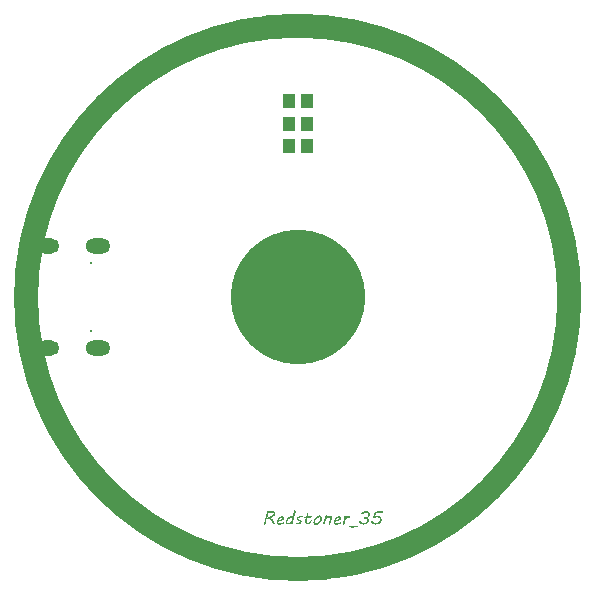
<source format=gbr>
G04 Layer_Color=8388736*
%FSLAX25Y25*%
%MOIN*%
%TF.FileFunction,Soldermask,Top*%
%TF.Part,Single*%
G01*
G75*
%ADD32C,0.07874*%
%TA.AperFunction,SMDPad*%
%ADD33R,0.04461X0.04658*%
%TA.AperFunction,ViaPad*%
%ADD34O,0.08274X0.05124*%
%TA.AperFunction,ViaPad*%
%ADD35O,0.07487X0.05124*%
%TA.AperFunction,ViaPad*%
%ADD36R,0.00787X0.00787*%
%TA.AperFunction,ConnectorPad*%
%ADD37C,0.44882*%
G36*
X388564Y320691D02*
X388664Y320682D01*
X388764Y320657D01*
X388773D01*
X388789Y320649D01*
X388839Y320624D01*
X388914Y320591D01*
X388981Y320541D01*
X388997Y320524D01*
X389031Y320491D01*
X389072Y320432D01*
X389106Y320357D01*
Y320349D01*
X389114Y320341D01*
X389131Y320291D01*
X389139Y320224D01*
X389147Y320132D01*
Y320124D01*
Y320116D01*
Y320074D01*
X389139Y320007D01*
X389122Y319933D01*
Y319924D01*
X389114Y319908D01*
X389106Y319874D01*
X389089Y319833D01*
X389039Y319733D01*
X388964Y319633D01*
X388956Y319624D01*
X388947Y319616D01*
X388922Y319591D01*
X388889Y319558D01*
X388797Y319483D01*
X388689Y319408D01*
X388681D01*
X388664Y319391D01*
X388631Y319374D01*
X388589Y319358D01*
X388539Y319333D01*
X388489Y319300D01*
X388356Y319250D01*
X388348D01*
X388323Y319241D01*
X388289Y319233D01*
X388239Y319216D01*
X388189Y319199D01*
X388123Y319183D01*
X387989Y319149D01*
X387981D01*
X387956Y319141D01*
X387923Y319133D01*
X387873Y319125D01*
X387765Y319108D01*
X387631Y319083D01*
X387606D01*
X387573Y319075D01*
X387531D01*
X387440Y319066D01*
X387340Y319050D01*
Y319041D01*
X387323Y319016D01*
X387306Y318975D01*
X387290Y318916D01*
Y318900D01*
X387281Y318866D01*
X387273Y318808D01*
Y318750D01*
Y318741D01*
Y318725D01*
X387281Y318691D01*
X387290Y318650D01*
X387306Y318608D01*
X387331Y318558D01*
X387365Y318516D01*
X387415Y318475D01*
X387423D01*
X387440Y318458D01*
X387473Y318450D01*
X387515Y318433D01*
X387573Y318417D01*
X387640Y318400D01*
X387715Y318391D01*
X387798Y318383D01*
X387881D01*
X387973Y318391D01*
X388064Y318408D01*
X388073D01*
X388089Y318417D01*
X388114Y318425D01*
X388148Y318433D01*
X388223Y318458D01*
X388314Y318492D01*
X388323D01*
X388331Y318500D01*
X388389Y318525D01*
X388456Y318558D01*
X388531Y318600D01*
X388539D01*
X388548Y318608D01*
X388598Y318641D01*
X388656Y318675D01*
X388722Y318716D01*
X388731D01*
X388739Y318733D01*
X388789Y318758D01*
X388856Y318800D01*
X388931Y318841D01*
X388939D01*
X388947Y318850D01*
X388989Y318866D01*
X389047Y318883D01*
X389106Y318891D01*
X389114D01*
X389147Y318883D01*
X389172Y318875D01*
X389197Y318850D01*
X389206Y318841D01*
X389214Y318825D01*
X389222Y318808D01*
Y318775D01*
Y318758D01*
Y318725D01*
Y318716D01*
Y318691D01*
Y318675D01*
X389206Y318641D01*
X389189Y318583D01*
X389156Y318525D01*
X389147Y318516D01*
X389131Y318483D01*
X389089Y318442D01*
X389047Y318400D01*
X389031Y318391D01*
X388989Y318358D01*
X388931Y318317D01*
X388847Y318258D01*
X388748Y318200D01*
X388639Y318142D01*
X388523Y318092D01*
X388398Y318042D01*
X388381D01*
X388339Y318025D01*
X388273Y318008D01*
X388181Y317992D01*
X388081Y317975D01*
X387956Y317958D01*
X387831Y317950D01*
X387690Y317942D01*
X387581D01*
X387515Y317950D01*
X387498D01*
X387456Y317958D01*
X387390Y317967D01*
X387315Y317983D01*
X387306D01*
X387298Y317992D01*
X387248Y318000D01*
X387181Y318025D01*
X387098Y318058D01*
X387090D01*
X387082Y318067D01*
X387040Y318092D01*
X386982Y318133D01*
X386915Y318192D01*
Y318200D01*
X386907Y318208D01*
X386873Y318250D01*
X386832Y318325D01*
X386790Y318408D01*
Y318417D01*
X386782Y318433D01*
X386773Y318458D01*
X386765Y318492D01*
X386748Y318591D01*
X386740Y318708D01*
Y318716D01*
Y318733D01*
Y318766D01*
X386748Y318800D01*
X386757Y318900D01*
X386782Y319025D01*
X386773D01*
X386757Y319033D01*
X386732Y319050D01*
X386707Y319066D01*
X386698Y319075D01*
X386690Y319091D01*
X386682Y319125D01*
X386673Y319166D01*
Y319175D01*
Y319191D01*
X386682Y319241D01*
X386698Y319316D01*
X386740Y319383D01*
Y319391D01*
X386757Y319399D01*
X386790Y319433D01*
X386848Y319474D01*
X386923Y319508D01*
X386932Y319516D01*
X386948Y319558D01*
X386982Y319608D01*
X387023Y319683D01*
Y319691D01*
X387040Y319699D01*
X387056Y319724D01*
X387073Y319758D01*
X387132Y319841D01*
X387198Y319933D01*
X387206Y319941D01*
X387215Y319957D01*
X387240Y319983D01*
X387265Y320016D01*
X387340Y320099D01*
X387431Y320199D01*
X387440Y320208D01*
X387456Y320224D01*
X387481Y320249D01*
X387515Y320282D01*
X387615Y320366D01*
X387723Y320449D01*
X387731Y320457D01*
X387756Y320466D01*
X387790Y320491D01*
X387831Y320516D01*
X387881Y320541D01*
X387940Y320566D01*
X388073Y320624D01*
X388081D01*
X388106Y320632D01*
X388139Y320649D01*
X388189Y320666D01*
X388248Y320674D01*
X388314Y320691D01*
X388456Y320699D01*
X388523D01*
X388564Y320691D01*
D02*
G37*
G36*
X422118Y322415D02*
X422176Y322407D01*
X422217Y322382D01*
X422226Y322373D01*
X422251Y322348D01*
X422267Y322290D01*
X422276Y322215D01*
Y322207D01*
Y322190D01*
X422267Y322157D01*
Y322123D01*
X422234Y322040D01*
X422209Y321998D01*
X422176Y321957D01*
X422167D01*
X422159Y321940D01*
X422134Y321932D01*
X422109Y321915D01*
X422026Y321882D01*
X421976Y321873D01*
X421918Y321865D01*
X421509D01*
X421376Y321857D01*
X421235D01*
X421076Y321849D01*
X420918D01*
X420568Y321832D01*
X420218Y321815D01*
X419877Y321790D01*
Y321782D01*
X419868Y321765D01*
X419852Y321740D01*
X419835Y321707D01*
X419818Y321657D01*
X419793Y321599D01*
X419735Y321465D01*
X419677Y321299D01*
X419610Y321115D01*
X419544Y320907D01*
X419477Y320682D01*
X419485D01*
X419493Y320691D01*
X419519Y320699D01*
X419552Y320716D01*
X419635Y320741D01*
X419743Y320782D01*
X419877Y320815D01*
X420027Y320841D01*
X420185Y320866D01*
X420360Y320874D01*
X420418D01*
X420460Y320866D01*
X420518D01*
X420576Y320857D01*
X420718Y320824D01*
X420885Y320782D01*
X421051Y320716D01*
X421218Y320624D01*
X421293Y320566D01*
X421368Y320499D01*
X421376D01*
X421384Y320482D01*
X421426Y320432D01*
X421493Y320357D01*
X421568Y320249D01*
X421634Y320124D01*
X421701Y319974D01*
X421743Y319808D01*
X421759Y319724D01*
Y319633D01*
Y319624D01*
Y319599D01*
Y319566D01*
X421751Y319516D01*
X421743Y319449D01*
X421734Y319383D01*
X421718Y319300D01*
X421693Y319216D01*
X421626Y319025D01*
X421584Y318925D01*
X421526Y318825D01*
X421468Y318725D01*
X421393Y318625D01*
X421310Y318533D01*
X421209Y318442D01*
X421201Y318433D01*
X421184Y318425D01*
X421151Y318400D01*
X421110Y318367D01*
X421051Y318333D01*
X420985Y318300D01*
X420910Y318258D01*
X420818Y318217D01*
X420718Y318167D01*
X420601Y318125D01*
X420485Y318092D01*
X420352Y318058D01*
X420210Y318025D01*
X420052Y318000D01*
X419893Y317992D01*
X419718Y317983D01*
X419660D01*
X419610Y317992D01*
X419560D01*
X419493Y318000D01*
X419344Y318025D01*
X419177Y318058D01*
X419002Y318117D01*
X418819Y318192D01*
X418644Y318292D01*
X418636D01*
X418627Y318308D01*
X418577Y318341D01*
X418511Y318408D01*
X418427Y318483D01*
X418344Y318583D01*
X418277Y318683D01*
X418227Y318800D01*
X418219Y318858D01*
X418211Y318916D01*
Y318925D01*
Y318941D01*
X418219Y318966D01*
Y319000D01*
X418244Y319075D01*
X418286Y319158D01*
Y319166D01*
X418302Y319175D01*
X418336Y319216D01*
X418394Y319250D01*
X418427Y319258D01*
X418469Y319266D01*
X418502D01*
X418544Y319258D01*
X418586Y319250D01*
X418636Y319233D01*
X418677Y319216D01*
X418711Y319183D01*
X418736Y319141D01*
Y319133D01*
X418752Y319116D01*
X418769Y319083D01*
X418785Y319041D01*
X418819Y318991D01*
X418860Y318941D01*
X418910Y318883D01*
X418969Y318825D01*
X419044Y318758D01*
X419119Y318700D01*
X419210Y318650D01*
X419310Y318600D01*
X419427Y318558D01*
X419552Y318525D01*
X419694Y318508D01*
X419843Y318500D01*
X419902D01*
X419943Y318508D01*
X419993D01*
X420052Y318516D01*
X420185Y318541D01*
X420335Y318583D01*
X420493Y318641D01*
X420651Y318725D01*
X420793Y318833D01*
X420801Y318841D01*
X420810Y318850D01*
X420851Y318891D01*
X420910Y318966D01*
X420985Y319058D01*
X421051Y319166D01*
X421110Y319291D01*
X421151Y319424D01*
X421168Y319499D01*
Y319574D01*
Y319591D01*
Y319633D01*
X421160Y319699D01*
X421143Y319774D01*
X421110Y319866D01*
X421076Y319957D01*
X421018Y320049D01*
X420943Y320132D01*
X420935Y320141D01*
X420901Y320166D01*
X420843Y320199D01*
X420768Y320241D01*
X420668Y320282D01*
X420551Y320316D01*
X420401Y320341D01*
X420235Y320349D01*
X420193D01*
X420135Y320341D01*
X420068Y320332D01*
X419977Y320324D01*
X419877Y320299D01*
X419752Y320274D01*
X419619Y320232D01*
X419602D01*
X419568Y320216D01*
X419510Y320199D01*
X419444Y320182D01*
X419285Y320149D01*
X419210Y320141D01*
X419144Y320132D01*
X419127D01*
X419085Y320141D01*
X419027Y320166D01*
X418969Y320208D01*
X418960Y320224D01*
X418935Y320257D01*
X418902Y320316D01*
X418894Y320391D01*
Y320399D01*
Y320424D01*
X418902Y320474D01*
X418910Y320541D01*
X418927Y320632D01*
X418960Y320749D01*
X418994Y320890D01*
X419044Y321057D01*
Y321065D01*
X419052Y321082D01*
X419060Y321107D01*
X419069Y321140D01*
X419094Y321224D01*
X419135Y321332D01*
X419177Y321449D01*
X419219Y321574D01*
X419269Y321682D01*
X419310Y321782D01*
X419319Y321790D01*
X419327Y321824D01*
X419352Y321865D01*
X419385Y321915D01*
X419452Y322032D01*
X419493Y322082D01*
X419535Y322132D01*
X419544Y322140D01*
X419552Y322148D01*
X419602Y322198D01*
X419668Y322248D01*
X419710Y322265D01*
X419743Y322282D01*
X419752D01*
X419768Y322290D01*
X419818Y322298D01*
X419852D01*
X419893Y322307D01*
X419943D01*
X420002Y322315D01*
X420077Y322323D01*
X420160Y322332D01*
X420260Y322340D01*
X420368Y322348D01*
X420493Y322357D01*
X420635Y322365D01*
X420668D01*
X420710Y322373D01*
X420768D01*
X420843Y322382D01*
X420926D01*
X421018Y322390D01*
X421118Y322398D01*
X421335Y322407D01*
X421576Y322415D01*
X421818Y322423D01*
X422076D01*
X422118Y322415D01*
D02*
G37*
G36*
X403400Y321016D02*
X403467Y321007D01*
X403525Y320974D01*
X403533Y320966D01*
X403567Y320940D01*
X403592Y320890D01*
X403600Y320824D01*
Y320815D01*
X403592Y320791D01*
X403583Y320774D01*
X403575Y320741D01*
X403442Y320424D01*
X403450Y320432D01*
X403467Y320441D01*
X403492Y320457D01*
X403525Y320491D01*
X403600Y320549D01*
X403700Y320624D01*
X403708Y320632D01*
X403725Y320641D01*
X403750Y320657D01*
X403792Y320682D01*
X403883Y320741D01*
X403983Y320807D01*
X403991D01*
X404008Y320824D01*
X404041Y320841D01*
X404075Y320857D01*
X404166Y320899D01*
X404275Y320940D01*
X404283D01*
X404300Y320949D01*
X404333Y320957D01*
X404366Y320966D01*
X404458Y320982D01*
X404566Y320990D01*
X404616D01*
X404666Y320982D01*
X404733Y320974D01*
X404808Y320949D01*
X404883Y320924D01*
X404958Y320882D01*
X405024Y320832D01*
X405033Y320824D01*
X405049Y320799D01*
X405074Y320766D01*
X405108Y320716D01*
X405141Y320649D01*
X405166Y320566D01*
X405183Y320466D01*
X405191Y320349D01*
Y320341D01*
Y320316D01*
Y320274D01*
X405183Y320224D01*
X405174Y320158D01*
X405166Y320082D01*
X405124Y319916D01*
Y319908D01*
X405116Y319874D01*
X405099Y319824D01*
X405083Y319766D01*
X405058Y319691D01*
X405024Y319599D01*
X404991Y319508D01*
X404958Y319408D01*
X404949Y319399D01*
X404941Y319358D01*
X404916Y319308D01*
X404891Y319233D01*
X404858Y319149D01*
X404824Y319050D01*
X404741Y318833D01*
X404733Y318816D01*
X404724Y318783D01*
X404699Y318725D01*
X404674Y318641D01*
X404641Y318550D01*
X404608Y318450D01*
X404533Y318217D01*
Y318200D01*
X404516Y318167D01*
X404499Y318125D01*
X404474Y318075D01*
X404466Y318067D01*
X404458Y318042D01*
X404433Y318017D01*
X404408Y317992D01*
X404400Y317983D01*
X404383Y317975D01*
X404358Y317958D01*
X404316Y317942D01*
X404308D01*
X404283Y317933D01*
X404241Y317925D01*
X404175D01*
X404125Y317933D01*
X404075Y317942D01*
X404025Y317967D01*
X404016Y317975D01*
X404008Y318000D01*
X403991Y318042D01*
X403983Y318100D01*
Y318117D01*
Y318158D01*
X403991Y318225D01*
X404008Y318308D01*
Y318317D01*
X404016Y318333D01*
Y318358D01*
X404025Y318391D01*
X404050Y318475D01*
X404075Y318575D01*
Y318583D01*
X404083Y318600D01*
X404091Y318633D01*
X404108Y318675D01*
X404141Y318775D01*
X404183Y318891D01*
Y318900D01*
X404191Y318916D01*
X404208Y318950D01*
X404225Y319000D01*
X404275Y319108D01*
X404325Y319233D01*
Y319241D01*
X404333Y319258D01*
X404350Y319283D01*
X404358Y319324D01*
X404391Y319408D01*
X404433Y319508D01*
Y319516D01*
X404441Y319533D01*
X404458Y319558D01*
X404466Y319591D01*
X404499Y319683D01*
X404533Y319774D01*
Y319783D01*
X404541Y319799D01*
X404550Y319824D01*
X404558Y319858D01*
X404583Y319933D01*
X404608Y320024D01*
Y320033D01*
X404616Y320049D01*
X404625Y320099D01*
X404633Y320174D01*
Y320249D01*
Y320257D01*
Y320266D01*
X404625Y320307D01*
X404616Y320357D01*
X404591Y320407D01*
X404583Y320416D01*
X404558Y320449D01*
X404516Y320474D01*
X404441Y320482D01*
X404425D01*
X404375Y320474D01*
X404300Y320466D01*
X404208Y320432D01*
X404200D01*
X404191Y320424D01*
X404166Y320416D01*
X404133Y320399D01*
X404050Y320357D01*
X403958Y320299D01*
X403950D01*
X403933Y320282D01*
X403908Y320266D01*
X403883Y320241D01*
X403800Y320182D01*
X403700Y320108D01*
X403691Y320099D01*
X403675Y320091D01*
X403650Y320066D01*
X403617Y320041D01*
X403533Y319966D01*
X403433Y319883D01*
X403425Y319874D01*
X403392Y319849D01*
X403350Y319816D01*
X403300Y319774D01*
X403292Y319766D01*
X403267Y319749D01*
X403225Y319733D01*
X403183Y319708D01*
X403175Y319699D01*
X403158Y319658D01*
X403125Y319599D01*
X403092Y319524D01*
Y319516D01*
X403083Y319508D01*
X403075Y319483D01*
X403067Y319449D01*
X403033Y319366D01*
X403000Y319274D01*
Y319266D01*
X402992Y319250D01*
X402984Y319225D01*
X402975Y319191D01*
X402950Y319100D01*
X402917Y319000D01*
Y318991D01*
X402909Y318975D01*
X402900Y318950D01*
X402892Y318916D01*
X402875Y318833D01*
X402850Y318741D01*
Y318733D01*
X402842Y318700D01*
X402834Y318658D01*
X402825Y318608D01*
Y318600D01*
X402817Y318575D01*
X402809Y318533D01*
X402800Y318483D01*
Y318475D01*
X402792Y318442D01*
X402784Y318391D01*
X402775Y318333D01*
Y318317D01*
X402767Y318283D01*
X402750Y318233D01*
X402734Y318167D01*
Y318158D01*
X402725Y318133D01*
X402684Y318067D01*
X402675Y318058D01*
X402659Y318050D01*
X402609Y318017D01*
X402600D01*
X402592Y318008D01*
X402542Y318000D01*
X402475D01*
X402425Y318008D01*
X402359Y318025D01*
X402300Y318050D01*
X402292Y318058D01*
X402267Y318092D01*
X402259Y318125D01*
X402242Y318158D01*
X402234Y318208D01*
Y318258D01*
Y318267D01*
Y318283D01*
Y318341D01*
Y318350D01*
X402242Y318375D01*
Y318408D01*
X402250Y318450D01*
Y318466D01*
X402259Y318500D01*
X402275Y318558D01*
X402292Y318625D01*
X402309Y318708D01*
X402334Y318791D01*
X402375Y318966D01*
Y318975D01*
X402384Y319008D01*
X402400Y319050D01*
X402417Y319108D01*
X402434Y319175D01*
X402459Y319241D01*
X402509Y319391D01*
Y319399D01*
X402517Y319424D01*
X402534Y319466D01*
X402550Y319516D01*
X402592Y319633D01*
X402634Y319766D01*
Y319774D01*
X402642Y319799D01*
X402659Y319833D01*
X402675Y319874D01*
X402717Y319991D01*
X402767Y320116D01*
Y320124D01*
X402784Y320149D01*
X402792Y320182D01*
X402817Y320232D01*
X402834Y320282D01*
X402858Y320349D01*
X402909Y320482D01*
Y320491D01*
X402925Y320516D01*
X402934Y320557D01*
X402958Y320607D01*
X402984Y320674D01*
X403009Y320741D01*
X403075Y320907D01*
Y320916D01*
X403092Y320940D01*
X403125Y320966D01*
X403167Y320990D01*
X403183Y320999D01*
X403217Y321007D01*
X403267Y321016D01*
X403333Y321024D01*
X403350D01*
X403400Y321016D01*
D02*
G37*
G36*
X383824Y322556D02*
X383866Y322548D01*
X383874D01*
X383908Y322540D01*
X383949Y322532D01*
X383999Y322523D01*
X384008D01*
X384041Y322506D01*
X384091Y322498D01*
X384141Y322481D01*
X384191D01*
X384233Y322473D01*
X384416D01*
X384449Y322481D01*
X384491D01*
X384541Y322490D01*
X384558D01*
X384591Y322498D01*
X384757D01*
X384791Y322506D01*
X385091D01*
X385174Y322498D01*
X385249D01*
X385324Y322490D01*
X385416Y322473D01*
X385440D01*
X385466Y322465D01*
X385490Y322457D01*
X385574Y322440D01*
X385665Y322415D01*
X385674D01*
X385690Y322407D01*
X385707Y322398D01*
X385740Y322382D01*
X385815Y322348D01*
X385899Y322298D01*
X385907D01*
X385915Y322290D01*
X385965Y322257D01*
X386032Y322198D01*
X386099Y322132D01*
Y322123D01*
X386115Y322115D01*
X386149Y322065D01*
X386190Y321990D01*
X386224Y321890D01*
X386232Y321882D01*
X386240Y321849D01*
X386248Y321798D01*
X386257Y321757D01*
Y321748D01*
X386265Y321724D01*
Y321690D01*
Y321649D01*
Y321640D01*
Y321615D01*
X386257Y321582D01*
Y321532D01*
X386240Y321482D01*
X386224Y321415D01*
X386198Y321349D01*
X386165Y321282D01*
X386157Y321274D01*
X386149Y321249D01*
X386123Y321207D01*
X386090Y321157D01*
X386049Y321099D01*
X386007Y321041D01*
X385882Y320899D01*
X385874Y320890D01*
X385849Y320866D01*
X385815Y320832D01*
X385765Y320791D01*
X385699Y320741D01*
X385632Y320682D01*
X385466Y320566D01*
X385457D01*
X385449Y320557D01*
X385399Y320524D01*
X385332Y320482D01*
X385241Y320432D01*
X385232D01*
X385224Y320424D01*
X385199Y320407D01*
X385166Y320391D01*
X385091Y320349D01*
X384999Y320299D01*
X384991D01*
X384982Y320291D01*
X384932Y320266D01*
X384857Y320232D01*
X384782Y320191D01*
X384766Y320182D01*
X384732Y320166D01*
X384691Y320141D01*
X384658Y320116D01*
X384666D01*
X384674Y320108D01*
X384724Y320082D01*
X384791Y320049D01*
X384866Y320007D01*
X384874D01*
X384882Y319999D01*
X384932Y319966D01*
X384999Y319924D01*
X385082Y319866D01*
X385091D01*
X385099Y319849D01*
X385149Y319816D01*
X385224Y319758D01*
X385307Y319674D01*
X385315Y319666D01*
X385324Y319658D01*
X385349Y319633D01*
X385382Y319599D01*
X385457Y319516D01*
X385541Y319399D01*
X385549Y319391D01*
X385565Y319374D01*
X385590Y319341D01*
X385624Y319291D01*
X385657Y319233D01*
X385699Y319175D01*
X385749Y319100D01*
X385799Y319016D01*
X385807Y319008D01*
X385824Y318975D01*
X385849Y318933D01*
X385882Y318875D01*
X385924Y318791D01*
X385974Y318708D01*
X386024Y318608D01*
X386074Y318500D01*
X386082Y318492D01*
X386090Y318458D01*
X386099Y318408D01*
X386107Y318350D01*
Y318341D01*
Y318308D01*
X386099Y318267D01*
X386082Y318217D01*
X386074Y318208D01*
X386065Y318183D01*
X386040Y318142D01*
X386007Y318100D01*
X385999Y318092D01*
X385982Y318075D01*
X385949Y318050D01*
X385907Y318025D01*
X385899D01*
X385874Y318017D01*
X385832Y318008D01*
X385782Y318000D01*
X385765D01*
X385715Y318008D01*
X385657Y318033D01*
X385599Y318075D01*
X385590Y318092D01*
X385557Y318125D01*
X385515Y318192D01*
X385466Y318275D01*
Y318283D01*
X385457Y318300D01*
X385440Y318325D01*
X385424Y318358D01*
X385382Y318450D01*
X385332Y318558D01*
Y318566D01*
X385324Y318583D01*
X385307Y318616D01*
X385291Y318658D01*
X385232Y318766D01*
X385166Y318883D01*
X385157Y318891D01*
X385149Y318916D01*
X385124Y318950D01*
X385099Y318991D01*
X385016Y319100D01*
X384924Y319216D01*
X384916Y319225D01*
X384899Y319241D01*
X384874Y319274D01*
X384841Y319308D01*
X384757Y319399D01*
X384649Y319491D01*
X384641Y319499D01*
X384624Y319508D01*
X384591Y319533D01*
X384558Y319558D01*
X384457Y319616D01*
X384341Y319674D01*
X384333D01*
X384316Y319683D01*
X384283Y319699D01*
X384241Y319708D01*
X384141Y319733D01*
X384024Y319741D01*
X383924D01*
X383874Y319733D01*
X383816Y319724D01*
X383800D01*
X383766Y319716D01*
X383724Y319708D01*
X383666Y319699D01*
X383649Y319708D01*
X383616Y319724D01*
X383575Y319758D01*
X383533Y319808D01*
X383525Y319824D01*
X383516Y319858D01*
X383500Y319908D01*
X383491Y319974D01*
Y320024D01*
X383250Y319066D01*
Y319058D01*
X383241Y319033D01*
X383225Y318991D01*
X383208Y318941D01*
Y318925D01*
X383200Y318891D01*
X383183Y318833D01*
X383166Y318766D01*
Y318750D01*
X383150Y318708D01*
X383133Y318641D01*
X383108Y318566D01*
Y318558D01*
Y318550D01*
X383091Y318508D01*
X383075Y318442D01*
X383058Y318375D01*
Y318358D01*
X383041Y318317D01*
X383025Y318267D01*
X383008Y318208D01*
Y318200D01*
X383000Y318175D01*
X382992Y318142D01*
X382983Y318108D01*
X382975Y318100D01*
X382958Y318067D01*
X382916Y318025D01*
X382875Y317992D01*
X382867Y317983D01*
X382833Y317975D01*
X382783Y317958D01*
X382733Y317950D01*
X382708D01*
X382658Y317958D01*
X382600Y317983D01*
X382550Y318025D01*
X382542Y318042D01*
X382525Y318075D01*
X382508Y318133D01*
X382500Y318208D01*
Y318217D01*
Y318233D01*
Y318292D01*
Y318300D01*
X382508Y318325D01*
X382517Y318375D01*
Y318383D01*
X382525Y318408D01*
X382533Y318442D01*
X382550Y318492D01*
X382567Y318558D01*
X382583Y318633D01*
X382600Y318716D01*
X382625Y318808D01*
X382683Y319016D01*
X382742Y319250D01*
X382808Y319499D01*
X382875Y319749D01*
Y319758D01*
X382883Y319783D01*
X382892Y319816D01*
X382908Y319866D01*
X382925Y319924D01*
X382942Y319999D01*
X382966Y320082D01*
X382992Y320174D01*
X383041Y320382D01*
X383100Y320616D01*
X383166Y320866D01*
X383233Y321124D01*
Y321140D01*
X383241Y321174D01*
X383258Y321232D01*
X383275Y321290D01*
X383283Y321307D01*
X383291Y321340D01*
X383300Y321399D01*
X383316Y321457D01*
Y321474D01*
X383325Y321507D01*
X383333Y321565D01*
X383341Y321623D01*
Y321640D01*
X383350Y321673D01*
Y321732D01*
Y321798D01*
Y321807D01*
Y321840D01*
Y321882D01*
X383341Y321923D01*
Y321932D01*
Y321965D01*
X383333Y322007D01*
Y322057D01*
Y322065D01*
Y322098D01*
X383341Y322148D01*
X383350Y322198D01*
Y322207D01*
X383358Y322232D01*
X383366Y322265D01*
X383383Y322307D01*
X383425Y322398D01*
X383450Y322440D01*
X383483Y322473D01*
X383491Y322481D01*
X383500Y322490D01*
X383550Y322523D01*
X383625Y322548D01*
X383675Y322565D01*
X383774D01*
X383824Y322556D01*
D02*
G37*
G36*
X397102Y321973D02*
X397152Y321957D01*
X397161Y321948D01*
X397186Y321932D01*
X397219Y321907D01*
X397244Y321865D01*
X397252Y321857D01*
X397269Y321832D01*
X397286Y321790D01*
X397302Y321740D01*
Y321732D01*
X397311Y321698D01*
X397319Y321649D01*
Y321599D01*
Y321590D01*
Y321557D01*
X397311Y321507D01*
X397302Y321465D01*
X397086Y320616D01*
X397094D01*
X397111Y320624D01*
X397144D01*
X397178Y320632D01*
X397269Y320649D01*
X397369Y320666D01*
X397377D01*
X397394Y320674D01*
X397419D01*
X397452Y320682D01*
X397536Y320699D01*
X397627Y320716D01*
X397636D01*
X397652Y320724D01*
X397677D01*
X397711Y320732D01*
X397786Y320749D01*
X397869Y320766D01*
X397877D01*
X397885Y320774D01*
X397927Y320782D01*
X397986Y320791D01*
X398044Y320807D01*
X398060D01*
X398085Y320815D01*
X398127Y320824D01*
X398169Y320832D01*
X398177D01*
X398202Y320841D01*
X398252Y320849D01*
X398319D01*
X398352Y320841D01*
X398360D01*
X398385Y320832D01*
X398435Y320815D01*
X398444D01*
X398460Y320807D01*
X398477Y320791D01*
X398494Y320766D01*
X398502Y320757D01*
X398510Y320741D01*
X398519Y320716D01*
Y320674D01*
Y320666D01*
Y320632D01*
X398510Y320582D01*
X398494Y320541D01*
X398485Y320532D01*
X398477Y320507D01*
X398452Y320482D01*
X398419Y320449D01*
X398410Y320441D01*
X398394Y320424D01*
X398360Y320407D01*
X398319Y320382D01*
X398310D01*
X398285Y320366D01*
X398244Y320357D01*
X398202Y320341D01*
X398194D01*
X398169Y320332D01*
X398127Y320324D01*
X398077Y320316D01*
X398060D01*
X398027Y320307D01*
X397969Y320291D01*
X397902Y320274D01*
X397885D01*
X397844Y320266D01*
X397786Y320249D01*
X397711Y320232D01*
X397694D01*
X397652Y320216D01*
X397586Y320199D01*
X397519Y320182D01*
X397511D01*
X397494Y320174D01*
X397469D01*
X397436Y320166D01*
X397361Y320141D01*
X397277Y320124D01*
X397261D01*
X397219Y320108D01*
X397169Y320099D01*
X397111Y320082D01*
X397102D01*
X397069Y320074D01*
X397036D01*
X396994Y320066D01*
X396928D01*
Y320058D01*
X396919Y320033D01*
X396911Y319999D01*
X396894Y319957D01*
X396861Y319849D01*
X396828Y319724D01*
Y319716D01*
X396819Y319699D01*
X396811Y319666D01*
X396803Y319624D01*
X396778Y319524D01*
X396753Y319408D01*
Y319399D01*
Y319383D01*
X396744Y319358D01*
X396736Y319324D01*
X396728Y319241D01*
X396711Y319149D01*
Y319141D01*
Y319133D01*
Y319091D01*
X396703Y319033D01*
Y318975D01*
Y318958D01*
Y318925D01*
Y318883D01*
X396711Y318825D01*
Y318816D01*
X396728Y318783D01*
X396736Y318733D01*
X396761Y318691D01*
X396769Y318683D01*
X396786Y318666D01*
X396819Y318633D01*
X396861Y318608D01*
X396869Y318600D01*
X396903Y318591D01*
X396953Y318583D01*
X397019Y318575D01*
X397044D01*
X397077Y318583D01*
X397119D01*
X397227Y318608D01*
X397336Y318658D01*
X397344Y318666D01*
X397361Y318675D01*
X397394Y318691D01*
X397436Y318725D01*
X397527Y318791D01*
X397636Y318883D01*
X397644Y318891D01*
X397661Y318908D01*
X397686Y318933D01*
X397719Y318966D01*
X397811Y319066D01*
X397902Y319175D01*
X397910Y319183D01*
X397927Y319199D01*
X397944Y319233D01*
X397977Y319274D01*
X398052Y319374D01*
X398135Y319483D01*
X398144Y319491D01*
X398160Y319516D01*
X398185Y319533D01*
X398227Y319541D01*
X398235D01*
X398269Y319533D01*
X398285D01*
X398319Y319516D01*
X398327D01*
X398335Y319508D01*
X398360Y319474D01*
X398369Y319458D01*
X398377Y319416D01*
Y319399D01*
Y319383D01*
Y319374D01*
X398369Y319350D01*
X398352Y319316D01*
X398335Y319266D01*
X398319Y319208D01*
X398285Y319141D01*
X398219Y319000D01*
X398210Y318991D01*
X398202Y318966D01*
X398185Y318933D01*
X398160Y318883D01*
X398127Y318825D01*
X398094Y318766D01*
X398019Y318625D01*
X398010Y318616D01*
X397994Y318583D01*
X397960Y318541D01*
X397919Y318492D01*
X397910Y318483D01*
X397877Y318458D01*
X397835Y318417D01*
X397786Y318367D01*
X397777Y318358D01*
X397744Y318333D01*
X397694Y318300D01*
X397644Y318258D01*
X397636Y318250D01*
X397602Y318225D01*
X397552Y318200D01*
X397502Y318167D01*
X397494D01*
X397486Y318158D01*
X397461Y318142D01*
X397427Y318125D01*
X397344Y318092D01*
X397252Y318058D01*
X397227D01*
X397202Y318050D01*
X397169D01*
X397086Y318042D01*
X396986Y318033D01*
X396919D01*
X396869Y318042D01*
X396761Y318058D01*
X396636Y318100D01*
X396628D01*
X396611Y318117D01*
X396586Y318133D01*
X396544Y318150D01*
X396461Y318217D01*
X396378Y318300D01*
Y318308D01*
X396361Y318325D01*
X396344Y318350D01*
X396320Y318383D01*
X396269Y318475D01*
X396219Y318583D01*
Y318591D01*
X396211Y318616D01*
X396203Y318650D01*
X396195Y318691D01*
X396186Y318741D01*
X396178Y318808D01*
X396169Y318941D01*
Y318950D01*
Y318983D01*
Y319033D01*
X396178Y319100D01*
X396186Y319183D01*
X396195Y319266D01*
X396228Y319466D01*
Y319483D01*
X396236Y319516D01*
X396253Y319566D01*
X396261Y319633D01*
X396286Y319716D01*
X396303Y319808D01*
X396344Y319991D01*
X396328D01*
X396294Y319999D01*
X396245Y320007D01*
X396186Y320016D01*
X396169Y320024D01*
X396136Y320033D01*
X396086Y320049D01*
X396036Y320074D01*
X396028Y320082D01*
X395995Y320099D01*
X395961Y320124D01*
X395928Y320158D01*
X395920Y320166D01*
X395911Y320199D01*
X395895Y320241D01*
X395886Y320291D01*
Y320299D01*
Y320307D01*
X395895Y320357D01*
Y320366D01*
X395903Y320382D01*
X395928Y320441D01*
X395936Y320449D01*
X395945Y320466D01*
X395986Y320507D01*
X395995Y320516D01*
X396011Y320524D01*
X396045Y320532D01*
X396078Y320541D01*
X396486D01*
X396511Y320549D01*
X396536Y320566D01*
X396553Y320591D01*
X396561Y320599D01*
X396569Y320624D01*
X396578Y320657D01*
X396594Y320691D01*
Y320699D01*
X396603Y320724D01*
X396611Y320749D01*
X396619Y320791D01*
X396636Y320890D01*
X396661Y320990D01*
Y320999D01*
X396669Y321016D01*
X396686Y321065D01*
X396711Y321140D01*
X396728Y321207D01*
Y321215D01*
X396736Y321224D01*
X396744Y321257D01*
X396753Y321307D01*
X396761Y321349D01*
Y321357D01*
X396769Y321382D01*
X396778Y321415D01*
Y321440D01*
Y321449D01*
Y321465D01*
X396769Y321515D01*
Y321524D01*
Y321549D01*
Y321582D01*
Y321623D01*
Y321649D01*
Y321657D01*
Y321665D01*
Y321715D01*
Y321724D01*
X396778Y321748D01*
X396786Y321782D01*
X396803Y321824D01*
Y321832D01*
X396819Y321857D01*
X396836Y321890D01*
X396869Y321932D01*
X396878Y321940D01*
X396903Y321965D01*
X396953Y321982D01*
X397011Y321990D01*
X397061D01*
X397102Y321973D01*
D02*
G37*
G36*
X407565Y320691D02*
X407665Y320682D01*
X407765Y320657D01*
X407773D01*
X407790Y320649D01*
X407840Y320624D01*
X407915Y320591D01*
X407981Y320541D01*
X407998Y320524D01*
X408031Y320491D01*
X408073Y320432D01*
X408106Y320357D01*
Y320349D01*
X408115Y320341D01*
X408131Y320291D01*
X408140Y320224D01*
X408148Y320132D01*
Y320124D01*
Y320116D01*
Y320074D01*
X408140Y320007D01*
X408123Y319933D01*
Y319924D01*
X408115Y319908D01*
X408106Y319874D01*
X408090Y319833D01*
X408040Y319733D01*
X407965Y319633D01*
X407957Y319624D01*
X407948Y319616D01*
X407923Y319591D01*
X407890Y319558D01*
X407798Y319483D01*
X407690Y319408D01*
X407682D01*
X407665Y319391D01*
X407632Y319374D01*
X407590Y319358D01*
X407540Y319333D01*
X407490Y319300D01*
X407357Y319250D01*
X407348D01*
X407323Y319241D01*
X407290Y319233D01*
X407240Y319216D01*
X407190Y319199D01*
X407124Y319183D01*
X406990Y319149D01*
X406982D01*
X406957Y319141D01*
X406924Y319133D01*
X406874Y319125D01*
X406765Y319108D01*
X406632Y319083D01*
X406607D01*
X406574Y319075D01*
X406532D01*
X406440Y319066D01*
X406341Y319050D01*
Y319041D01*
X406324Y319016D01*
X406307Y318975D01*
X406290Y318916D01*
Y318900D01*
X406282Y318866D01*
X406274Y318808D01*
Y318750D01*
Y318741D01*
Y318725D01*
X406282Y318691D01*
X406290Y318650D01*
X406307Y318608D01*
X406332Y318558D01*
X406365Y318516D01*
X406415Y318475D01*
X406424D01*
X406440Y318458D01*
X406474Y318450D01*
X406515Y318433D01*
X406574Y318417D01*
X406640Y318400D01*
X406715Y318391D01*
X406799Y318383D01*
X406882D01*
X406974Y318391D01*
X407065Y318408D01*
X407073D01*
X407090Y318417D01*
X407115Y318425D01*
X407149Y318433D01*
X407223Y318458D01*
X407315Y318492D01*
X407323D01*
X407332Y318500D01*
X407390Y318525D01*
X407457Y318558D01*
X407532Y318600D01*
X407540D01*
X407548Y318608D01*
X407598Y318641D01*
X407657Y318675D01*
X407723Y318716D01*
X407732D01*
X407740Y318733D01*
X407790Y318758D01*
X407857Y318800D01*
X407932Y318841D01*
X407940D01*
X407948Y318850D01*
X407990Y318866D01*
X408048Y318883D01*
X408106Y318891D01*
X408115D01*
X408148Y318883D01*
X408173Y318875D01*
X408198Y318850D01*
X408206Y318841D01*
X408215Y318825D01*
X408223Y318808D01*
Y318775D01*
Y318758D01*
Y318725D01*
Y318716D01*
Y318691D01*
Y318675D01*
X408206Y318641D01*
X408190Y318583D01*
X408156Y318525D01*
X408148Y318516D01*
X408131Y318483D01*
X408090Y318442D01*
X408048Y318400D01*
X408031Y318391D01*
X407990Y318358D01*
X407932Y318317D01*
X407848Y318258D01*
X407748Y318200D01*
X407640Y318142D01*
X407523Y318092D01*
X407398Y318042D01*
X407382D01*
X407340Y318025D01*
X407273Y318008D01*
X407182Y317992D01*
X407082Y317975D01*
X406957Y317958D01*
X406832Y317950D01*
X406690Y317942D01*
X406582D01*
X406515Y317950D01*
X406499D01*
X406457Y317958D01*
X406390Y317967D01*
X406316Y317983D01*
X406307D01*
X406299Y317992D01*
X406249Y318000D01*
X406182Y318025D01*
X406099Y318058D01*
X406091D01*
X406082Y318067D01*
X406041Y318092D01*
X405982Y318133D01*
X405916Y318192D01*
Y318200D01*
X405907Y318208D01*
X405874Y318250D01*
X405832Y318325D01*
X405791Y318408D01*
Y318417D01*
X405782Y318433D01*
X405774Y318458D01*
X405766Y318492D01*
X405749Y318591D01*
X405741Y318708D01*
Y318716D01*
Y318733D01*
Y318766D01*
X405749Y318800D01*
X405757Y318900D01*
X405782Y319025D01*
X405774D01*
X405757Y319033D01*
X405732Y319050D01*
X405707Y319066D01*
X405699Y319075D01*
X405691Y319091D01*
X405682Y319125D01*
X405674Y319166D01*
Y319175D01*
Y319191D01*
X405682Y319241D01*
X405699Y319316D01*
X405741Y319383D01*
Y319391D01*
X405757Y319399D01*
X405791Y319433D01*
X405849Y319474D01*
X405924Y319508D01*
X405932Y319516D01*
X405949Y319558D01*
X405982Y319608D01*
X406024Y319683D01*
Y319691D01*
X406041Y319699D01*
X406057Y319724D01*
X406074Y319758D01*
X406132Y319841D01*
X406199Y319933D01*
X406207Y319941D01*
X406215Y319957D01*
X406241Y319983D01*
X406265Y320016D01*
X406341Y320099D01*
X406432Y320199D01*
X406440Y320208D01*
X406457Y320224D01*
X406482Y320249D01*
X406515Y320282D01*
X406615Y320366D01*
X406724Y320449D01*
X406732Y320457D01*
X406757Y320466D01*
X406790Y320491D01*
X406832Y320516D01*
X406882Y320541D01*
X406940Y320566D01*
X407073Y320624D01*
X407082D01*
X407107Y320632D01*
X407140Y320649D01*
X407190Y320666D01*
X407248Y320674D01*
X407315Y320691D01*
X407457Y320699D01*
X407523D01*
X407565Y320691D01*
D02*
G37*
G36*
X394937Y320940D02*
X394953D01*
X395003Y320932D01*
X395062Y320924D01*
X395128Y320899D01*
X395137D01*
X395145Y320890D01*
X395178Y320874D01*
X395228Y320841D01*
X395278Y320799D01*
X395286Y320791D01*
X395311Y320749D01*
X395328Y320699D01*
X395337Y320624D01*
Y320616D01*
Y320599D01*
Y320574D01*
X395328Y320532D01*
Y320524D01*
X395320Y320499D01*
X395311Y320466D01*
X395295Y320424D01*
Y320416D01*
X395286Y320391D01*
X395245Y320332D01*
X395237Y320324D01*
X395220Y320316D01*
X395203Y320307D01*
X395170Y320299D01*
X395128D01*
X395095Y320307D01*
X395053Y320324D01*
X395045Y320332D01*
X395028Y320341D01*
X394970Y320382D01*
X394962Y320391D01*
X394945Y320399D01*
X394895Y320441D01*
X394887Y320449D01*
X394870Y320457D01*
X394845Y320466D01*
X394762D01*
X394704Y320457D01*
X394637Y320441D01*
X394620Y320432D01*
X394579Y320424D01*
X394520Y320399D01*
X394445Y320374D01*
X394429Y320366D01*
X394387Y320349D01*
X394329Y320316D01*
X394262Y320274D01*
X394245Y320266D01*
X394204Y320241D01*
X394154Y320199D01*
X394095Y320149D01*
X394087Y320141D01*
X394054Y320116D01*
X394012Y320074D01*
X393970Y320033D01*
X393962Y320024D01*
X393954Y319999D01*
X393937Y319966D01*
X393929Y319924D01*
Y319916D01*
X393937Y319899D01*
X393945Y319866D01*
X393962Y319841D01*
X393970Y319833D01*
X393987Y319824D01*
X394012Y319799D01*
X394045Y319783D01*
X394054Y319774D01*
X394087Y319758D01*
X394137Y319741D01*
X394195Y319708D01*
X394204D01*
X394212Y319699D01*
X394254Y319683D01*
X394312Y319666D01*
X394370Y319633D01*
X394379D01*
X394387Y319624D01*
X394429Y319616D01*
X394487Y319591D01*
X394545Y319566D01*
X394562Y319558D01*
X394595Y319549D01*
X394637Y319524D01*
X394687Y319499D01*
X394704Y319491D01*
X394737Y319474D01*
X394787Y319449D01*
X394837Y319416D01*
X394845Y319408D01*
X394878Y319391D01*
X394912Y319358D01*
X394945Y319324D01*
X394953Y319316D01*
X394970Y319291D01*
X394995Y319258D01*
X395020Y319216D01*
X395028Y319208D01*
X395037Y319175D01*
X395045Y319133D01*
Y319075D01*
Y319066D01*
Y319050D01*
X395037Y318991D01*
Y318983D01*
X395028Y318966D01*
Y318941D01*
X395020Y318908D01*
Y318900D01*
X395012Y318875D01*
X395003Y318841D01*
X394987Y318800D01*
Y318791D01*
X394970Y318766D01*
X394953Y318725D01*
X394937Y318675D01*
Y318666D01*
X394920Y318641D01*
X394903Y318608D01*
X394878Y318566D01*
Y318558D01*
X394862Y318541D01*
X394853Y318525D01*
X394837Y318508D01*
X394828Y318500D01*
X394820Y318492D01*
X394795Y318466D01*
X394762Y318442D01*
X394670Y318375D01*
X394553Y318300D01*
X394545D01*
X394529Y318283D01*
X394495Y318267D01*
X394454Y318242D01*
X394345Y318192D01*
X394220Y318133D01*
X394212D01*
X394195Y318125D01*
X394162Y318108D01*
X394112Y318092D01*
X394004Y318058D01*
X393879Y318025D01*
X393870D01*
X393846Y318017D01*
X393812D01*
X393771Y318008D01*
X393671Y318000D01*
X393554Y317992D01*
X393512D01*
X393462Y318000D01*
X393396Y318017D01*
X393379Y318025D01*
X393346Y318033D01*
X393296Y318058D01*
X393237Y318083D01*
X393229Y318092D01*
X393196Y318117D01*
X393154Y318150D01*
X393112Y318192D01*
X393104Y318200D01*
X393087Y318233D01*
X393071Y318275D01*
X393062Y318317D01*
Y318325D01*
Y318341D01*
X393079Y318383D01*
Y318391D01*
X393087Y318408D01*
X393121Y318450D01*
X393129Y318458D01*
X393137Y318466D01*
X393179Y318508D01*
X393187Y318516D01*
X393204Y318525D01*
X393221Y318533D01*
X393254D01*
X393279Y318525D01*
X393287D01*
X393296Y318516D01*
X393329Y318508D01*
X393346D01*
X393379Y318500D01*
X393404D01*
X393429Y318492D01*
X393554D01*
X393654Y318500D01*
X393779Y318516D01*
X393787D01*
X393812Y318525D01*
X393846Y318533D01*
X393887Y318541D01*
X393987Y318566D01*
X394104Y318600D01*
X394112D01*
X394129Y318608D01*
X394162Y318616D01*
X394195Y318633D01*
X394287Y318666D01*
X394370Y318708D01*
X394379D01*
X394387Y318716D01*
X394429Y318750D01*
X394479Y318791D01*
X394495Y318816D01*
X394503Y318841D01*
Y318850D01*
X394512Y318866D01*
Y318908D01*
Y318916D01*
X394503Y318941D01*
X394495Y318966D01*
X394462Y319000D01*
X394454Y319008D01*
X394429Y319033D01*
X394387Y319058D01*
X394329Y319091D01*
X394312Y319100D01*
X394279Y319116D01*
X394229Y319141D01*
X394162Y319166D01*
X394145Y319175D01*
X394112Y319191D01*
X394062Y319216D01*
X394004Y319241D01*
X393904Y319283D01*
X393887Y319291D01*
X393854Y319300D01*
X393804Y319324D01*
X393745Y319350D01*
X393737Y319358D01*
X393704Y319383D01*
X393654Y319416D01*
X393604Y319458D01*
X393596Y319466D01*
X393571Y319499D01*
X393537Y319541D01*
X393496Y319591D01*
X393487Y319608D01*
X393471Y319641D01*
X393446Y319699D01*
X393421Y319766D01*
Y319774D01*
X393412Y319791D01*
X393396Y319849D01*
Y319858D01*
Y319883D01*
X393387Y319941D01*
Y319957D01*
X393396Y319999D01*
X393412Y320058D01*
X393437Y320124D01*
Y320132D01*
X393446Y320141D01*
X393479Y320191D01*
X393529Y320249D01*
X393587Y320324D01*
X393596Y320332D01*
X393604Y320341D01*
X393646Y320382D01*
X393712Y320449D01*
X393787Y320516D01*
X393795Y320524D01*
X393804Y320532D01*
X393829Y320549D01*
X393862Y320566D01*
X393937Y320616D01*
X394029Y320666D01*
X394037D01*
X394045Y320674D01*
X394087Y320707D01*
X394145Y320741D01*
X394204Y320782D01*
X394220Y320791D01*
X394254Y320815D01*
X394312Y320841D01*
X394370Y320866D01*
X394379D01*
X394387Y320874D01*
X394429Y320890D01*
X394487Y320907D01*
X394545Y320924D01*
X394553D01*
X394562Y320932D01*
X394603Y320940D01*
X394662Y320949D01*
X394862D01*
X394937Y320940D01*
D02*
G37*
G36*
X416603Y322407D02*
X416653D01*
X416711Y322398D01*
X416845Y322373D01*
X417003Y322340D01*
X417170Y322282D01*
X417328Y322198D01*
X417486Y322090D01*
X417494D01*
X417503Y322073D01*
X417553Y322032D01*
X417611Y321965D01*
X417686Y321873D01*
X417761Y321757D01*
X417828Y321623D01*
X417869Y321474D01*
X417877Y321390D01*
X417886Y321307D01*
Y321290D01*
Y321249D01*
X417869Y321174D01*
X417852Y321090D01*
X417819Y320990D01*
X417777Y320882D01*
X417711Y320766D01*
X417628Y320657D01*
X417619Y320649D01*
X417578Y320607D01*
X417528Y320557D01*
X417444Y320499D01*
X417344Y320432D01*
X417228Y320357D01*
X417078Y320291D01*
X416920Y320232D01*
X416928Y320224D01*
X416961Y320216D01*
X417011Y320191D01*
X417061Y320149D01*
X417128Y320108D01*
X417194Y320041D01*
X417261Y319966D01*
X417328Y319883D01*
X417336Y319874D01*
X417353Y319841D01*
X417378Y319791D01*
X417411Y319733D01*
X417444Y319658D01*
X417469Y319583D01*
X417486Y319499D01*
X417494Y319408D01*
Y319399D01*
Y319383D01*
Y319350D01*
X417486Y319300D01*
X417478Y319250D01*
X417469Y319183D01*
X417436Y319041D01*
X417369Y318875D01*
X417336Y318791D01*
X417286Y318700D01*
X417228Y318616D01*
X417161Y318533D01*
X417086Y318450D01*
X416994Y318375D01*
X416986D01*
X416969Y318358D01*
X416945Y318341D01*
X416903Y318317D01*
X416853Y318283D01*
X416795Y318250D01*
X416728Y318217D01*
X416653Y318183D01*
X416561Y318142D01*
X416470Y318108D01*
X416361Y318075D01*
X416253Y318042D01*
X416003Y318000D01*
X415862Y317992D01*
X415720Y317983D01*
X415662D01*
X415620Y317992D01*
X415562D01*
X415504Y318000D01*
X415353Y318025D01*
X415179Y318058D01*
X414987Y318108D01*
X414795Y318183D01*
X414596Y318283D01*
X414587D01*
X414571Y318300D01*
X414545Y318317D01*
X414512Y318333D01*
X414429Y318400D01*
X414337Y318475D01*
X414246Y318566D01*
X414162Y318675D01*
X414129Y318733D01*
X414104Y318791D01*
X414087Y318858D01*
X414079Y318916D01*
Y318925D01*
Y318941D01*
X414087Y318991D01*
X414112Y319058D01*
X414154Y319133D01*
Y319141D01*
X414171Y319149D01*
X414212Y319183D01*
X414271Y319208D01*
X414304Y319225D01*
X414379D01*
X414412Y319216D01*
X414454Y319208D01*
X414504Y319191D01*
X414545Y319175D01*
X414587Y319141D01*
X414612Y319100D01*
X414620Y319091D01*
X414629Y319075D01*
X414654Y319041D01*
X414679Y319008D01*
X414720Y318958D01*
X414762Y318908D01*
X414820Y318850D01*
X414887Y318800D01*
X414962Y318741D01*
X415045Y318683D01*
X415137Y318633D01*
X415237Y318583D01*
X415353Y318550D01*
X415470Y318516D01*
X415603Y318500D01*
X415745Y318492D01*
X415837D01*
X415937Y318508D01*
X416062Y318525D01*
X416195Y318550D01*
X416336Y318591D01*
X416470Y318650D01*
X416595Y318733D01*
X416611Y318741D01*
X416645Y318775D01*
X416695Y318833D01*
X416753Y318908D01*
X416803Y319000D01*
X416853Y319108D01*
X416886Y319233D01*
X416903Y319366D01*
Y319374D01*
Y319399D01*
X416895Y319433D01*
X416886Y319483D01*
X416870Y319533D01*
X416853Y319583D01*
X416820Y319641D01*
X416778Y319691D01*
X416770Y319699D01*
X416761Y319716D01*
X416736Y319741D01*
X416703Y319766D01*
X416611Y319833D01*
X416553Y319858D01*
X416495Y319883D01*
X416486D01*
X416461Y319891D01*
X416420Y319899D01*
X416353Y319916D01*
X416270Y319924D01*
X416170Y319933D01*
X416037Y319941D01*
X415870D01*
X415812Y319949D01*
X415753Y319974D01*
X415687Y320016D01*
X415678Y320033D01*
X415653Y320074D01*
X415628Y320132D01*
X415620Y320208D01*
Y320216D01*
Y320224D01*
X415628Y320266D01*
X415662Y320316D01*
X415678Y320349D01*
X415712Y320374D01*
X415720D01*
X415728Y320391D01*
X415778Y320416D01*
X415853Y320441D01*
X415962Y320457D01*
X416187D01*
X416403Y320432D01*
X416411D01*
X416436Y320441D01*
X416461Y320449D01*
X416503Y320457D01*
X416561Y320482D01*
X416628Y320507D01*
X416720Y320541D01*
X416728Y320549D01*
X416761Y320566D01*
X416811Y320591D01*
X416870Y320624D01*
X417011Y320716D01*
X417078Y320766D01*
X417136Y320832D01*
X417144Y320841D01*
X417161Y320866D01*
X417186Y320907D01*
X417219Y320957D01*
X417244Y321016D01*
X417269Y321090D01*
X417286Y321174D01*
X417294Y321257D01*
Y321265D01*
Y321299D01*
X417286Y321349D01*
X417261Y321415D01*
X417236Y321482D01*
X417194Y321557D01*
X417136Y321632D01*
X417053Y321707D01*
X417044Y321715D01*
X417011Y321732D01*
X416961Y321765D01*
X416886Y321798D01*
X416803Y321832D01*
X416695Y321865D01*
X416570Y321882D01*
X416436Y321890D01*
X416370D01*
X416328Y321882D01*
X416270Y321873D01*
X416212Y321865D01*
X416062Y321832D01*
X415895Y321782D01*
X415728Y321698D01*
X415645Y321649D01*
X415562Y321582D01*
X415487Y321515D01*
X415420Y321432D01*
Y321424D01*
X415404Y321415D01*
X415353Y321365D01*
X415278Y321324D01*
X415229Y321307D01*
X415179Y321299D01*
X415162D01*
X415112Y321307D01*
X415045Y321324D01*
X414987Y321365D01*
X414979Y321382D01*
X414954Y321415D01*
X414920Y321482D01*
X414912Y321557D01*
Y321565D01*
X414920Y321607D01*
X414937Y321657D01*
X414970Y321724D01*
X415029Y321807D01*
X415070Y321857D01*
X415120Y321907D01*
X415170Y321957D01*
X415237Y322007D01*
X415312Y322065D01*
X415395Y322115D01*
X415404D01*
X415420Y322132D01*
X415445Y322140D01*
X415479Y322165D01*
X415528Y322182D01*
X415587Y322207D01*
X415720Y322265D01*
X415878Y322323D01*
X416070Y322365D01*
X416278Y322398D01*
X416503Y322415D01*
X416561D01*
X416603Y322407D01*
D02*
G37*
G36*
X392763Y322748D02*
X392804Y322740D01*
X392812D01*
X392838Y322731D01*
X392871Y322723D01*
X392904Y322698D01*
X392913Y322690D01*
X392929Y322673D01*
X392954Y322648D01*
X392979Y322606D01*
X392987Y322598D01*
X392996Y322573D01*
X393004Y322532D01*
X393012Y322473D01*
X392404Y320041D01*
Y320033D01*
Y320024D01*
X392396Y319999D01*
X392388Y319966D01*
X392371Y319874D01*
X392354Y319758D01*
Y319749D01*
Y319724D01*
X392346Y319691D01*
X392338Y319649D01*
X392329Y319591D01*
X392321Y319533D01*
X392304Y319391D01*
Y319383D01*
Y319358D01*
X392296Y319324D01*
Y319274D01*
X392288Y319216D01*
Y319149D01*
X392271Y319008D01*
Y319000D01*
Y318975D01*
Y318941D01*
Y318900D01*
X392263Y318791D01*
Y318683D01*
Y318675D01*
Y318658D01*
Y318625D01*
X392254Y318583D01*
X392246Y318475D01*
X392221Y318350D01*
Y318341D01*
X392213Y318308D01*
X392196Y318267D01*
X392179Y318225D01*
Y318217D01*
X392171Y318200D01*
X392129Y318142D01*
X392121Y318133D01*
X392105Y318125D01*
X392079Y318108D01*
X392046Y318092D01*
X392013D01*
X391971Y318083D01*
X391871D01*
X391821Y318092D01*
X391780Y318100D01*
X391771D01*
X391755Y318117D01*
X391713Y318150D01*
Y318158D01*
X391696Y318175D01*
X391680Y318225D01*
Y318233D01*
Y318250D01*
Y318308D01*
Y318317D01*
Y318341D01*
Y318375D01*
X391671Y318408D01*
Y318417D01*
X391663Y318442D01*
X391655Y318475D01*
X391646Y318508D01*
X391638Y318500D01*
X391621Y318492D01*
X391588Y318466D01*
X391546Y318442D01*
X391538Y318433D01*
X391505Y318417D01*
X391463Y318391D01*
X391413Y318358D01*
X391405Y318350D01*
X391380Y318333D01*
X391338Y318308D01*
X391297Y318283D01*
X391288Y318275D01*
X391263Y318267D01*
X391238Y318250D01*
X391213Y318233D01*
X391196Y318225D01*
X391163Y318208D01*
X391113Y318183D01*
X391047Y318150D01*
X391030Y318142D01*
X390997Y318125D01*
X390938Y318100D01*
X390863Y318067D01*
X390855D01*
X390847Y318058D01*
X390797Y318050D01*
X390730Y318025D01*
X390647Y318008D01*
X390630D01*
X390580Y318000D01*
X390513Y317992D01*
X390380D01*
X390347Y318000D01*
X390255Y318008D01*
X390155Y318033D01*
X390147D01*
X390139Y318042D01*
X390080Y318067D01*
X390005Y318108D01*
X389930Y318167D01*
Y318175D01*
X389914Y318183D01*
X389872Y318233D01*
X389822Y318308D01*
X389764Y318408D01*
Y318417D01*
X389755Y318433D01*
X389747Y318466D01*
X389739Y318500D01*
X389722Y318550D01*
X389714Y318608D01*
X389705Y318741D01*
Y318758D01*
Y318791D01*
Y318833D01*
X389714Y318883D01*
Y318891D01*
X389722Y318925D01*
X389730Y318975D01*
X389747Y319033D01*
Y319041D01*
X389755Y319058D01*
X389764Y319091D01*
X389772Y319133D01*
X389805Y319241D01*
X389847Y319358D01*
Y319366D01*
X389855Y319383D01*
X389872Y319416D01*
X389889Y319458D01*
X389939Y319566D01*
X390005Y319683D01*
X390014Y319691D01*
X390022Y319708D01*
X390047Y319741D01*
X390072Y319783D01*
X390147Y319891D01*
X390239Y319999D01*
X390247Y320007D01*
X390264Y320024D01*
X390288Y320058D01*
X390330Y320099D01*
X390372Y320141D01*
X390430Y320191D01*
X390555Y320291D01*
X390563Y320299D01*
X390572Y320307D01*
X390597Y320324D01*
X390630Y320349D01*
X390713Y320407D01*
X390805Y320474D01*
X390813Y320482D01*
X390830Y320491D01*
X390855Y320507D01*
X390897Y320524D01*
X390980Y320574D01*
X391080Y320624D01*
X391088D01*
X391105Y320632D01*
X391130Y320649D01*
X391172Y320666D01*
X391263Y320691D01*
X391363Y320724D01*
X391371D01*
X391388Y320732D01*
X391413Y320741D01*
X391455Y320749D01*
X391546Y320757D01*
X391646Y320766D01*
X391705D01*
X391763Y320757D01*
X391821Y320749D01*
X391838D01*
X391871Y320741D01*
X391913Y320724D01*
X391963Y320699D01*
Y320707D01*
X391971Y320724D01*
X391980Y320757D01*
X391996Y320807D01*
X392021Y320882D01*
X392046Y320982D01*
X392088Y321107D01*
X392129Y321265D01*
Y321274D01*
X392138Y321290D01*
X392146Y321315D01*
X392155Y321349D01*
X392163Y321399D01*
X392179Y321457D01*
X392196Y321524D01*
X392221Y321607D01*
X392246Y321690D01*
X392271Y321790D01*
X392296Y321898D01*
X392321Y322007D01*
X392354Y322140D01*
X392388Y322273D01*
X392421Y322415D01*
X392454Y322565D01*
X392463Y322582D01*
X392479Y322615D01*
X392504Y322656D01*
X392546Y322698D01*
X392554Y322706D01*
X392588Y322731D01*
X392629Y322748D01*
X392688Y322756D01*
X392729D01*
X392763Y322748D01*
D02*
G37*
G36*
X401034Y320982D02*
X401093Y320974D01*
X401151Y320957D01*
X401226Y320940D01*
X401293Y320907D01*
X401351Y320866D01*
X401359Y320857D01*
X401376Y320841D01*
X401409Y320815D01*
X401451Y320782D01*
X401492Y320732D01*
X401534Y320682D01*
X401576Y320616D01*
X401617Y320541D01*
X401626Y320532D01*
X401634Y320499D01*
X401659Y320457D01*
X401676Y320407D01*
X401684Y320399D01*
X401692Y320366D01*
X401709Y320324D01*
X401726Y320274D01*
X401734Y320266D01*
X401742Y320232D01*
X401751Y320182D01*
X401759Y320124D01*
Y320108D01*
X401767Y320074D01*
X401776Y320016D01*
Y319941D01*
Y319933D01*
Y319899D01*
Y319849D01*
X401767Y319791D01*
X401759Y319716D01*
X401742Y319633D01*
X401701Y319449D01*
Y319441D01*
X401684Y319408D01*
X401667Y319358D01*
X401642Y319300D01*
X401617Y319225D01*
X401576Y319141D01*
X401484Y318966D01*
X401476Y318958D01*
X401459Y318925D01*
X401426Y318883D01*
X401392Y318825D01*
X401342Y318758D01*
X401284Y318675D01*
X401143Y318516D01*
X401134Y318508D01*
X401109Y318483D01*
X401068Y318442D01*
X401018Y318383D01*
X400951Y318325D01*
X400876Y318258D01*
X400709Y318125D01*
X400701Y318117D01*
X400684Y318108D01*
X400643Y318083D01*
X400601Y318058D01*
X400551Y318033D01*
X400485Y318000D01*
X400343Y317950D01*
X400335D01*
X400310Y317942D01*
X400268Y317933D01*
X400210Y317917D01*
X400151Y317908D01*
X400076Y317892D01*
X399901Y317883D01*
X399818D01*
X399760Y317892D01*
X399635Y317908D01*
X399493Y317942D01*
X399485D01*
X399468Y317950D01*
X399435Y317967D01*
X399393Y317983D01*
X399302Y318042D01*
X399210Y318117D01*
X399202Y318125D01*
X399193Y318142D01*
X399168Y318158D01*
X399143Y318192D01*
X399085Y318283D01*
X399035Y318391D01*
Y318400D01*
X399027Y318417D01*
X399018Y318450D01*
X399010Y318500D01*
X399002Y318550D01*
X398993Y318608D01*
X398985Y318750D01*
Y318758D01*
Y318783D01*
Y318825D01*
X398993Y318875D01*
Y318933D01*
X399010Y319000D01*
X399035Y319158D01*
Y319166D01*
X399043Y319191D01*
X399060Y319225D01*
X399068Y319274D01*
X399093Y319333D01*
X399118Y319399D01*
X399177Y319549D01*
X399185Y319558D01*
X399193Y319583D01*
X399218Y319624D01*
X399243Y319683D01*
X399285Y319741D01*
X399327Y319816D01*
X399427Y319966D01*
X399435Y319974D01*
X399451Y319999D01*
X399485Y320049D01*
X399535Y320099D01*
X399585Y320166D01*
X399652Y320232D01*
X399801Y320382D01*
X399810Y320391D01*
X399843Y320416D01*
X399885Y320457D01*
X399943Y320507D01*
X400018Y320566D01*
X400101Y320632D01*
X400201Y320699D01*
X400301Y320766D01*
X400310Y320774D01*
X400335Y320782D01*
X400385Y320799D01*
X400443Y320824D01*
X400451D01*
X400459Y320832D01*
X400501Y320841D01*
X400559Y320849D01*
X400634Y320857D01*
X400643Y320866D01*
X400659Y320882D01*
X400684Y320899D01*
X400718Y320924D01*
X400759Y320949D01*
X400818Y320974D01*
X400884Y320982D01*
X400951Y320990D01*
X400993D01*
X401034Y320982D01*
D02*
G37*
G36*
X409573Y320907D02*
X409614Y320890D01*
X409622Y320882D01*
X409648Y320866D01*
X409672Y320841D01*
X409697Y320799D01*
X409706Y320791D01*
X409714Y320757D01*
X409731Y320716D01*
X409739Y320666D01*
Y320649D01*
X409747Y320616D01*
X409756Y320566D01*
Y320507D01*
Y320499D01*
Y320482D01*
Y320449D01*
X409747Y320416D01*
Y320407D01*
Y320391D01*
Y320341D01*
X409764Y320349D01*
X409797Y320391D01*
X409856Y320449D01*
X409922Y320516D01*
X409931Y320524D01*
X409939Y320532D01*
X409989Y320574D01*
X410056Y320624D01*
X410131Y320682D01*
X410139D01*
X410147Y320699D01*
X410197Y320724D01*
X410272Y320766D01*
X410356Y320807D01*
X410364D01*
X410381Y320815D01*
X410405Y320824D01*
X410430Y320832D01*
X410514Y320849D01*
X410605Y320857D01*
X410639D01*
X410672Y320849D01*
X410705Y320841D01*
X410714D01*
X410739Y320832D01*
X410772D01*
X410814Y320824D01*
X410822D01*
X410847Y320815D01*
X410889Y320799D01*
X410930Y320782D01*
X410939Y320774D01*
X410972Y320766D01*
X411014Y320741D01*
X411064Y320707D01*
X411072D01*
X411080Y320691D01*
X411122Y320657D01*
X411180Y320599D01*
X411230Y320516D01*
Y320507D01*
X411238Y320499D01*
X411264Y320449D01*
X411288Y320374D01*
X411297Y320291D01*
Y320282D01*
Y320257D01*
X411288Y320224D01*
X411280Y320182D01*
Y320174D01*
X411272Y320149D01*
X411230Y320091D01*
X411222Y320082D01*
X411205Y320066D01*
X411155Y320016D01*
X411147D01*
X411130Y320007D01*
X411097Y319999D01*
X411064Y319991D01*
X411030D01*
X410989Y319999D01*
X410939Y320016D01*
X410930Y320024D01*
X410897Y320033D01*
X410855Y320058D01*
X410814Y320082D01*
X410797Y320099D01*
X410764Y320132D01*
Y320141D01*
X410755Y320158D01*
X410722Y320199D01*
Y320208D01*
X410714Y320216D01*
X410689Y320257D01*
Y320266D01*
X410680Y320274D01*
X410672Y320291D01*
X410664Y320299D01*
X410655Y320307D01*
X410539D01*
X410505Y320299D01*
X410414Y320274D01*
X410306Y320224D01*
X410297D01*
X410281Y320208D01*
X410256Y320191D01*
X410222Y320174D01*
X410131Y320116D01*
X410039Y320033D01*
X410031Y320024D01*
X410022Y320016D01*
X409972Y319966D01*
X409897Y319883D01*
X409822Y319791D01*
X409814Y319783D01*
X409806Y319774D01*
X409764Y319716D01*
X409706Y319641D01*
X409639Y319566D01*
Y319558D01*
X409631Y319524D01*
X409614Y319474D01*
X409597Y319408D01*
X409581Y319324D01*
X409556Y319241D01*
X409506Y319041D01*
Y319033D01*
X409497Y318991D01*
X409481Y318941D01*
X409464Y318866D01*
X409439Y318775D01*
X409414Y318683D01*
X409389Y318575D01*
X409364Y318458D01*
Y318383D01*
Y318367D01*
Y318325D01*
Y318267D01*
X409356Y318200D01*
Y318183D01*
X409348Y318142D01*
X409339Y318092D01*
X409323Y318033D01*
X409314Y318025D01*
X409298Y318008D01*
X409264Y317992D01*
X409223Y317967D01*
X409214Y317958D01*
X409181Y317950D01*
X409139Y317942D01*
X409081Y317933D01*
X409064D01*
X409014Y317942D01*
X408948Y317967D01*
X408889Y318008D01*
X408881Y318025D01*
X408856Y318067D01*
X408831Y318125D01*
X408823Y318200D01*
Y318208D01*
Y318233D01*
X408831Y318267D01*
X408840Y318308D01*
Y318317D01*
X408848Y318341D01*
X408856Y318391D01*
X408864Y318442D01*
X408881Y318516D01*
X408898Y318591D01*
X408914Y318683D01*
X408931Y318775D01*
Y318783D01*
X408939Y318816D01*
X408948Y318866D01*
X408964Y318933D01*
X408981Y319016D01*
X408998Y319100D01*
X409031Y319291D01*
Y319300D01*
X409039Y319333D01*
X409056Y319383D01*
X409064Y319449D01*
X409081Y319533D01*
X409098Y319616D01*
X409139Y319799D01*
Y319808D01*
X409148Y319841D01*
X409156Y319891D01*
X409173Y319957D01*
X409189Y320024D01*
X409206Y320108D01*
X409231Y320266D01*
Y320274D01*
Y320282D01*
Y320316D01*
Y320324D01*
Y320332D01*
Y320366D01*
Y320374D01*
Y320382D01*
Y320424D01*
Y320482D01*
X409239Y320549D01*
Y320557D01*
Y320566D01*
X409248Y320607D01*
X409264Y320666D01*
X409273Y320724D01*
Y320732D01*
X409281Y320741D01*
X409298Y320791D01*
X409323Y320841D01*
X409348Y320882D01*
X409356Y320890D01*
X409381Y320907D01*
X409423Y320916D01*
X409481Y320924D01*
X409531D01*
X409573Y320907D01*
D02*
G37*
G36*
X413563Y317475D02*
X413596Y317467D01*
X413629Y317442D01*
X413637Y317434D01*
X413646Y317409D01*
X413654Y317375D01*
X413662Y317325D01*
Y317317D01*
Y317292D01*
X413654Y317259D01*
X413646Y317217D01*
Y317209D01*
X413637Y317184D01*
X413596Y317117D01*
X413588Y317109D01*
X413571Y317092D01*
X413546Y317067D01*
X413513Y317042D01*
X413504Y317034D01*
X413488Y317025D01*
X413454Y317017D01*
X413421Y317009D01*
X413004D01*
X412905Y317000D01*
X412671Y316992D01*
X412621D01*
X412555Y316984D01*
X412380D01*
X412271Y316975D01*
X411855D01*
X411763Y316984D01*
X411655D01*
X411438Y316992D01*
X411388D01*
X411330Y317000D01*
X411155D01*
X411055Y317009D01*
X410822D01*
X410797Y317017D01*
X410764Y317034D01*
X410730Y317067D01*
X410722Y317075D01*
X410714Y317100D01*
X410697Y317142D01*
X410689Y317192D01*
Y317200D01*
Y317225D01*
X410697Y317259D01*
X410705Y317300D01*
Y317309D01*
X410722Y317334D01*
X410739Y317359D01*
X410764Y317392D01*
X410772Y317400D01*
X410789Y317417D01*
X410814Y317442D01*
X410847Y317459D01*
X410855Y317467D01*
X410889Y317475D01*
X410930Y317483D01*
X411180D01*
X411255Y317475D01*
X411422Y317467D01*
X411463D01*
X411505Y317459D01*
X411638D01*
X411722Y317450D01*
X412505D01*
X412588Y317459D01*
X412746D01*
X412829Y317467D01*
X412980D01*
X413054Y317475D01*
X413071D01*
X413113Y317483D01*
X413538D01*
X413563Y317475D01*
D02*
G37*
%LPC*%
G36*
X407365Y320224D02*
X407315D01*
X407282Y320216D01*
X407198Y320191D01*
X407098Y320149D01*
X407090D01*
X407073Y320141D01*
X407057Y320124D01*
X407023Y320099D01*
X406940Y320049D01*
X406857Y319974D01*
X406849Y319966D01*
X406840Y319957D01*
X406790Y319908D01*
X406724Y319841D01*
X406657Y319749D01*
Y319741D01*
X406640Y319733D01*
X406607Y319683D01*
X406565Y319616D01*
X406524Y319541D01*
X406557D01*
X406599Y319549D01*
X406657Y319558D01*
X406715Y319566D01*
X406782Y319574D01*
X406924Y319599D01*
X406932D01*
X406957Y319608D01*
X406990Y319616D01*
X407032Y319624D01*
X407132Y319658D01*
X407240Y319699D01*
X407248D01*
X407265Y319708D01*
X407290Y319724D01*
X407323Y319741D01*
X407398Y319791D01*
X407465Y319841D01*
X407482Y319858D01*
X407507Y319891D01*
X407540Y319941D01*
X407565Y320007D01*
X407573Y320016D01*
Y320033D01*
Y320041D01*
Y320058D01*
Y320074D01*
X407565Y320108D01*
X407548Y320149D01*
X407515Y320182D01*
X407507Y320191D01*
X407473Y320208D01*
X407423Y320216D01*
X407365Y320224D01*
D02*
G37*
G36*
X384966Y321932D02*
X384741D01*
X384674Y321923D01*
X384599Y321915D01*
X384441Y321898D01*
X384433D01*
X384408Y321890D01*
X384358D01*
X384308Y321873D01*
X384241Y321865D01*
X384166Y321849D01*
X384008Y321798D01*
Y321790D01*
X383991Y321748D01*
X383974Y321690D01*
X383949Y321615D01*
Y321607D01*
X383941Y321599D01*
Y321574D01*
X383924Y321540D01*
X383908Y321457D01*
X383874Y321357D01*
Y321349D01*
X383866Y321332D01*
X383858Y321307D01*
X383850Y321265D01*
X383816Y321165D01*
X383783Y321049D01*
Y321041D01*
X383774Y321024D01*
X383766Y320990D01*
X383750Y320940D01*
X383716Y320832D01*
X383683Y320707D01*
Y320699D01*
X383675Y320682D01*
X383666Y320649D01*
X383658Y320607D01*
X383625Y320499D01*
X383591Y320382D01*
Y320374D01*
X383583Y320357D01*
X383575Y320332D01*
X383566Y320291D01*
X383541Y320208D01*
X383508Y320108D01*
X383525Y320124D01*
X383558Y320149D01*
X383616Y320199D01*
X383691Y320241D01*
X383699D01*
X383716Y320249D01*
X383741Y320266D01*
X383774Y320282D01*
X383858Y320324D01*
X383966Y320366D01*
X383974D01*
X383991Y320374D01*
X384016Y320382D01*
X384049Y320399D01*
X384141Y320432D01*
X384258Y320482D01*
X384266D01*
X384291Y320499D01*
X384324Y320516D01*
X384366Y320532D01*
X384424Y320557D01*
X384483Y320591D01*
X384616Y320657D01*
X384624Y320666D01*
X384649Y320674D01*
X384691Y320699D01*
X384732Y320724D01*
X384791Y320757D01*
X384857Y320791D01*
X384999Y320874D01*
X385007Y320882D01*
X385032Y320890D01*
X385066Y320916D01*
X385116Y320949D01*
X385224Y321024D01*
X385340Y321115D01*
X385349Y321124D01*
X385366Y321140D01*
X385390Y321165D01*
X385424Y321190D01*
X385507Y321274D01*
X385582Y321357D01*
X385590Y321365D01*
X385599Y321382D01*
X385615Y321407D01*
X385632Y321432D01*
X385657Y321515D01*
X385674Y321557D01*
Y321599D01*
Y321607D01*
Y321615D01*
X385665Y321665D01*
X385640Y321715D01*
X385590Y321774D01*
X385574Y321782D01*
X385541Y321815D01*
X385482Y321840D01*
X385399Y321873D01*
X385390D01*
X385382Y321882D01*
X385357D01*
X385324Y321890D01*
X385241Y321907D01*
X385141Y321915D01*
X385116D01*
X385091Y321923D01*
X385057D01*
X384966Y321932D01*
D02*
G37*
G36*
X388364Y320224D02*
X388314D01*
X388281Y320216D01*
X388198Y320191D01*
X388098Y320149D01*
X388089D01*
X388073Y320141D01*
X388056Y320124D01*
X388023Y320099D01*
X387940Y320049D01*
X387856Y319974D01*
X387848Y319966D01*
X387840Y319957D01*
X387790Y319908D01*
X387723Y319841D01*
X387656Y319749D01*
Y319741D01*
X387640Y319733D01*
X387606Y319683D01*
X387565Y319616D01*
X387523Y319541D01*
X387556D01*
X387598Y319549D01*
X387656Y319558D01*
X387715Y319566D01*
X387781Y319574D01*
X387923Y319599D01*
X387931D01*
X387956Y319608D01*
X387989Y319616D01*
X388031Y319624D01*
X388131Y319658D01*
X388239Y319699D01*
X388248D01*
X388264Y319708D01*
X388289Y319724D01*
X388323Y319741D01*
X388398Y319791D01*
X388464Y319841D01*
X388481Y319858D01*
X388506Y319891D01*
X388539Y319941D01*
X388564Y320007D01*
X388573Y320016D01*
Y320033D01*
Y320041D01*
Y320058D01*
Y320074D01*
X388564Y320108D01*
X388548Y320149D01*
X388514Y320182D01*
X388506Y320191D01*
X388473Y320208D01*
X388423Y320216D01*
X388364Y320224D01*
D02*
G37*
G36*
X401018Y320449D02*
Y320441D01*
X401001Y320424D01*
X400968Y320374D01*
X400959Y320366D01*
X400951Y320357D01*
X400926Y320332D01*
X400884Y320316D01*
X400876D01*
X400851Y320299D01*
X400801Y320282D01*
X400734Y320266D01*
X400718D01*
X400668Y320257D01*
X400593Y320249D01*
X400493Y320232D01*
X400485D01*
X400476Y320224D01*
X400426Y320208D01*
X400359Y320174D01*
X400284Y320124D01*
X400276D01*
X400268Y320116D01*
X400226Y320082D01*
X400160Y320033D01*
X400085Y319966D01*
X400068Y319949D01*
X400026Y319908D01*
X399968Y319841D01*
X399901Y319758D01*
Y319749D01*
X399885Y319741D01*
X399843Y319691D01*
X399793Y319616D01*
X399735Y319533D01*
Y319524D01*
X399726Y319516D01*
X399693Y319466D01*
X399652Y319399D01*
X399610Y319316D01*
Y319308D01*
X399602Y319300D01*
X399585Y319250D01*
X399560Y319183D01*
X399543Y319116D01*
Y319108D01*
X399535Y319075D01*
X399527Y319033D01*
X399518Y318983D01*
Y318975D01*
Y318950D01*
X399510Y318908D01*
Y318866D01*
Y318858D01*
Y318850D01*
Y318808D01*
X399518Y318741D01*
X399535Y318675D01*
X399543Y318658D01*
X399552Y318625D01*
X399585Y318575D01*
X399618Y318525D01*
X399626Y318516D01*
X399660Y318492D01*
X399701Y318458D01*
X399760Y318433D01*
X399768D01*
X399776Y318425D01*
X399818Y318417D01*
X399885Y318408D01*
X399968Y318400D01*
X400010D01*
X400051Y318408D01*
X400110Y318417D01*
X400176Y318425D01*
X400251Y318450D01*
X400326Y318475D01*
X400401Y318516D01*
X400410Y318525D01*
X400434Y318541D01*
X400476Y318566D01*
X400518Y318600D01*
X400634Y318691D01*
X400751Y318808D01*
X400759Y318816D01*
X400776Y318841D01*
X400809Y318875D01*
X400843Y318925D01*
X400884Y318975D01*
X400926Y319041D01*
X401009Y319183D01*
X401018Y319191D01*
X401026Y319216D01*
X401043Y319258D01*
X401068Y319308D01*
X401118Y319424D01*
X401159Y319558D01*
Y319566D01*
X401167Y319574D01*
X401176Y319624D01*
X401184Y319691D01*
X401201Y319758D01*
Y319766D01*
X401209Y319774D01*
X401218Y319816D01*
X401226Y319874D01*
Y319933D01*
Y319949D01*
Y319983D01*
X401209Y320024D01*
X401193Y320074D01*
X401184Y320082D01*
X401176Y320116D01*
X401151Y320166D01*
X401126Y320232D01*
X401118Y320241D01*
X401109Y320266D01*
X401084Y320299D01*
X401068Y320332D01*
Y320341D01*
X401051Y320366D01*
X401034Y320407D01*
X401018Y320449D01*
D02*
G37*
G36*
X391796Y320282D02*
X391721D01*
X391688Y320274D01*
X391605Y320266D01*
X391496Y320241D01*
X391488D01*
X391471Y320232D01*
X391446Y320224D01*
X391405Y320208D01*
X391313Y320174D01*
X391196Y320124D01*
X391188D01*
X391172Y320108D01*
X391138Y320091D01*
X391105Y320074D01*
X391005Y320016D01*
X390897Y319941D01*
X390888Y319933D01*
X390872Y319924D01*
X390847Y319899D01*
X390813Y319866D01*
X390722Y319791D01*
X390622Y319691D01*
X390613Y319683D01*
X390605Y319666D01*
X390580Y319641D01*
X390547Y319608D01*
X390480Y319516D01*
X390405Y319399D01*
Y319391D01*
X390388Y319374D01*
X390372Y319341D01*
X390355Y319300D01*
X390330Y319250D01*
X390314Y319191D01*
X390272Y319058D01*
Y319041D01*
X390264Y319000D01*
X390255Y318950D01*
X390247Y318883D01*
Y318866D01*
Y318833D01*
Y318775D01*
X390255Y318716D01*
Y318708D01*
X390272Y318675D01*
X390288Y318625D01*
X390314Y318583D01*
X390322Y318575D01*
X390347Y318550D01*
X390380Y318516D01*
X390422Y318492D01*
X390439Y318483D01*
X390472Y318475D01*
X390530Y318466D01*
X390605Y318458D01*
X390647D01*
X390680Y318466D01*
X390730Y318475D01*
X390747Y318483D01*
X390780Y318492D01*
X390822Y318508D01*
X390872Y318533D01*
X390880Y318541D01*
X390913Y318558D01*
X390955Y318575D01*
X390997Y318600D01*
X391005Y318608D01*
X391030Y318616D01*
X391097Y318658D01*
X391105D01*
X391113Y318675D01*
X391172Y318708D01*
X391238Y318750D01*
X391313Y318808D01*
X391321D01*
X391330Y318825D01*
X391371Y318858D01*
X391430Y318908D01*
X391488Y318966D01*
X391505Y318983D01*
X391538Y319025D01*
X391580Y319083D01*
X391630Y319149D01*
Y319158D01*
X391638Y319166D01*
X391646Y319191D01*
X391663Y319225D01*
X391696Y319300D01*
X391721Y319399D01*
Y319408D01*
X391730Y319416D01*
X391738Y319474D01*
X391755Y319541D01*
X391771Y319616D01*
Y319624D01*
X391780Y319633D01*
X391788Y319674D01*
X391796Y319741D01*
X391813Y319808D01*
Y319816D01*
X391821Y319824D01*
X391830Y319874D01*
X391838Y319933D01*
X391846Y320007D01*
Y320016D01*
Y320024D01*
X391855Y320074D01*
X391871Y320141D01*
X391880Y320232D01*
X391871Y320241D01*
X391838Y320266D01*
X391830D01*
X391821Y320274D01*
X391796Y320282D01*
D02*
G37*
%LPD*%
D32*
X484252Y393701D02*
G03*
X484252Y393701I-90551J0D01*
G01*
D33*
X390669Y459000D02*
D03*
X396732D02*
D03*
X396732Y444000D02*
D03*
X390669D02*
D03*
X390669Y451500D02*
D03*
X396732D02*
D03*
D34*
X327028Y376693D02*
D03*
Y410709D02*
D03*
D35*
X310571D02*
D03*
Y376693D02*
D03*
D36*
X324941Y382323D02*
D03*
Y405079D02*
D03*
D37*
X393701Y393701D02*
D03*
%TF.MD5,0BBD48670F857D4493492FD9A7C07D1B*%
M02*

</source>
